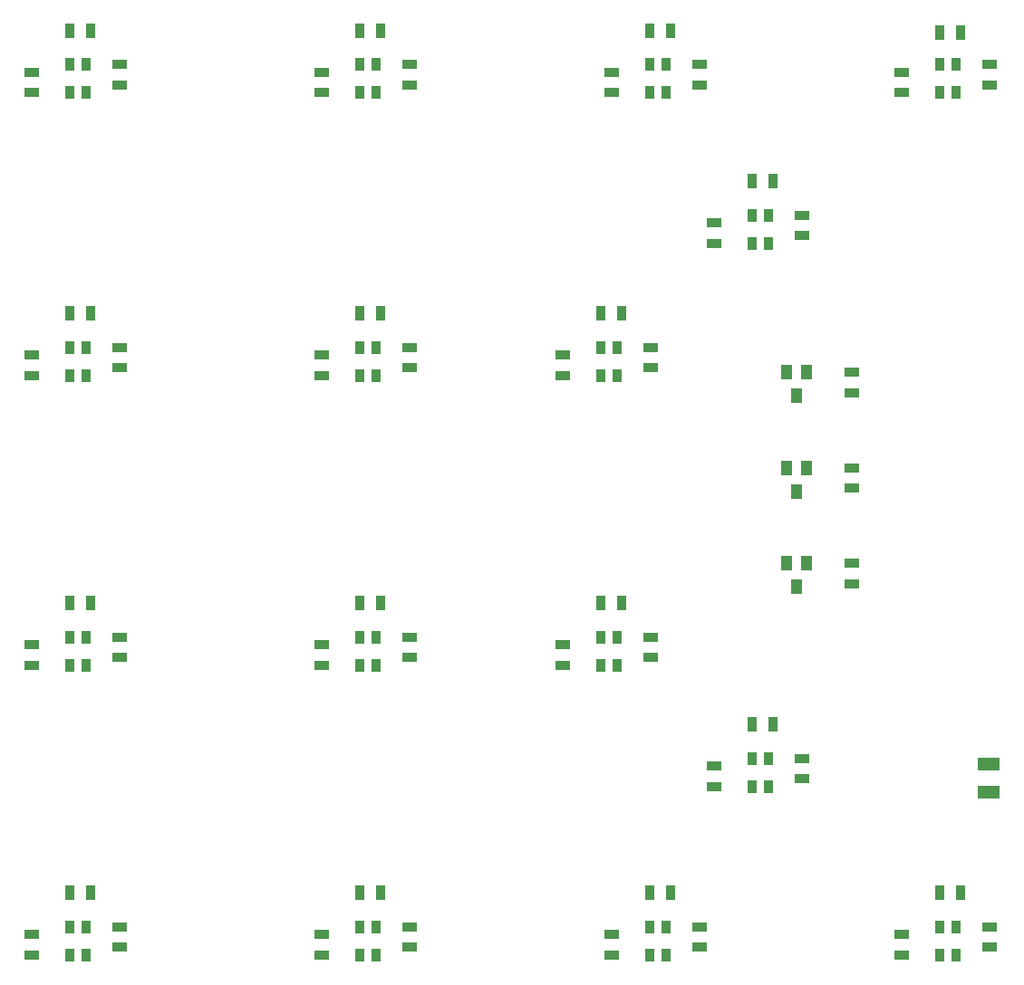
<source format=gtp>
G04*
G04 #@! TF.GenerationSoftware,Altium Limited,Altium Designer,20.1.11 (218)*
G04*
G04 Layer_Color=8421504*
%FSAX25Y25*%
%MOIN*%
G70*
G04*
G04 #@! TF.SameCoordinates,36D762F2-7D11-4B17-9C95-3B267CE7B041*
G04*
G04*
G04 #@! TF.FilePolarity,Positive*
G04*
G01*
G75*
%ADD15R,0.08000X0.04500*%
%ADD16R,0.03543X0.04724*%
%ADD17R,0.05433X0.03622*%
%ADD18R,0.03937X0.05512*%
%ADD19R,0.03622X0.05433*%
D15*
X0370000Y-0289750D02*
D03*
Y-0300250D02*
D03*
D16*
X0357904Y-0349783D02*
D03*
X0352096D02*
D03*
X0357904Y-0360216D02*
D03*
X0352096D02*
D03*
X0251237Y-0349783D02*
D03*
X0245430D02*
D03*
X0251237Y-0360216D02*
D03*
X0245430D02*
D03*
X0144570Y-0349783D02*
D03*
X0138763D02*
D03*
X0144570Y-0360216D02*
D03*
X0138763D02*
D03*
X0037904Y-0349783D02*
D03*
X0032096D02*
D03*
X0037904Y-0360216D02*
D03*
X0032096D02*
D03*
X0288903Y-0287784D02*
D03*
X0283096D02*
D03*
X0288903Y-0298217D02*
D03*
X0283096D02*
D03*
X0233237Y-0243117D02*
D03*
X0227430D02*
D03*
X0233237Y-0253550D02*
D03*
X0227430D02*
D03*
X0144570Y-0243117D02*
D03*
X0138763D02*
D03*
X0144570Y-0253550D02*
D03*
X0138763D02*
D03*
X0037904Y-0243117D02*
D03*
X0032096D02*
D03*
X0037904Y-0253550D02*
D03*
X0032096D02*
D03*
X0288903Y-0087783D02*
D03*
X0283096D02*
D03*
X0288903Y-0098216D02*
D03*
X0283096D02*
D03*
X0233237Y-0136450D02*
D03*
X0227430D02*
D03*
X0233237Y-0146883D02*
D03*
X0227430D02*
D03*
X0144570Y-0136450D02*
D03*
X0138763D02*
D03*
X0144570Y-0146883D02*
D03*
X0138763D02*
D03*
X0037904Y-0136450D02*
D03*
X0032096D02*
D03*
X0037904Y-0146883D02*
D03*
X0032096D02*
D03*
X0357904Y-0032283D02*
D03*
X0352096D02*
D03*
X0357904Y-0042717D02*
D03*
X0352096D02*
D03*
X0251237Y-0032283D02*
D03*
X0245430D02*
D03*
X0251237Y-0042717D02*
D03*
X0245430D02*
D03*
X0144570Y-0032283D02*
D03*
X0138763D02*
D03*
X0144570Y-0042717D02*
D03*
X0138763D02*
D03*
X0037904Y-0032283D02*
D03*
X0032096D02*
D03*
X0037904Y-0042717D02*
D03*
X0032096D02*
D03*
D17*
X0319500Y-0180854D02*
D03*
Y-0188374D02*
D03*
Y-0216039D02*
D03*
Y-0223559D02*
D03*
Y-0145669D02*
D03*
Y-0153189D02*
D03*
X0269000Y-0290697D02*
D03*
Y-0298217D02*
D03*
X0301404Y-0287784D02*
D03*
Y-0295303D02*
D03*
X0269000Y-0090697D02*
D03*
Y-0098216D02*
D03*
X0301404Y-0095303D02*
D03*
Y-0087783D02*
D03*
X0050404Y-0032283D02*
D03*
Y-0039803D02*
D03*
X0157070Y-0032283D02*
D03*
Y-0039803D02*
D03*
X0263737Y-0032283D02*
D03*
Y-0039803D02*
D03*
X0370404Y-0032283D02*
D03*
Y-0039803D02*
D03*
X0124667Y-0035197D02*
D03*
Y-0042717D02*
D03*
X0018000Y-0146883D02*
D03*
Y-0139364D02*
D03*
X0124667Y-0146883D02*
D03*
Y-0139364D02*
D03*
X0213333D02*
D03*
Y-0146883D02*
D03*
X0370404Y-0357303D02*
D03*
Y-0349783D02*
D03*
X0338000Y-0360216D02*
D03*
Y-0352697D02*
D03*
X0157070Y-0357303D02*
D03*
Y-0349783D02*
D03*
X0124667Y-0360216D02*
D03*
Y-0352697D02*
D03*
X0050404Y-0349783D02*
D03*
Y-0357303D02*
D03*
X0018000Y-0360216D02*
D03*
Y-0352697D02*
D03*
X0245737Y-0250637D02*
D03*
Y-0243117D02*
D03*
X0213333Y-0253550D02*
D03*
Y-0246030D02*
D03*
X0157070Y-0250637D02*
D03*
Y-0243117D02*
D03*
X0124667Y-0253550D02*
D03*
Y-0246030D02*
D03*
X0050404Y-0243117D02*
D03*
Y-0250637D02*
D03*
X0018000Y-0253550D02*
D03*
Y-0246030D02*
D03*
X0245737Y-0143970D02*
D03*
Y-0136450D02*
D03*
X0050404Y-0143970D02*
D03*
Y-0136450D02*
D03*
X0157070Y-0143970D02*
D03*
Y-0136450D02*
D03*
X0263737Y-0349783D02*
D03*
Y-0357303D02*
D03*
X0231333Y-0352697D02*
D03*
Y-0360216D02*
D03*
X0338000Y-0035197D02*
D03*
Y-0042717D02*
D03*
X0231333Y-0035197D02*
D03*
Y-0042717D02*
D03*
X0018000Y-0035197D02*
D03*
Y-0042717D02*
D03*
D18*
X0299328Y-0189516D02*
D03*
X0295588Y-0180854D02*
D03*
X0303068D02*
D03*
X0299328Y-0224701D02*
D03*
X0303068Y-0216039D02*
D03*
X0295588D02*
D03*
X0303068Y-0145669D02*
D03*
X0295588D02*
D03*
X0299328Y-0154331D02*
D03*
D19*
X0283096Y-0275284D02*
D03*
X0290616D02*
D03*
X0283096Y-0075283D02*
D03*
X0290616D02*
D03*
X0352096Y-0337283D02*
D03*
X0359616D02*
D03*
X0252949D02*
D03*
X0245430D02*
D03*
X0146283D02*
D03*
X0138763D02*
D03*
X0039616D02*
D03*
X0032096D02*
D03*
X0234949Y-0230617D02*
D03*
X0227430D02*
D03*
X0146283D02*
D03*
X0138763D02*
D03*
X0039616D02*
D03*
X0032096D02*
D03*
X0227430Y-0123950D02*
D03*
X0234949D02*
D03*
X0146283D02*
D03*
X0138763D02*
D03*
X0032096D02*
D03*
X0039616D02*
D03*
X0359616Y-0020500D02*
D03*
X0352096D02*
D03*
X0245430Y-0019783D02*
D03*
X0252950D02*
D03*
X0146283D02*
D03*
X0138763D02*
D03*
X0039616D02*
D03*
X0032096D02*
D03*
M02*

</source>
